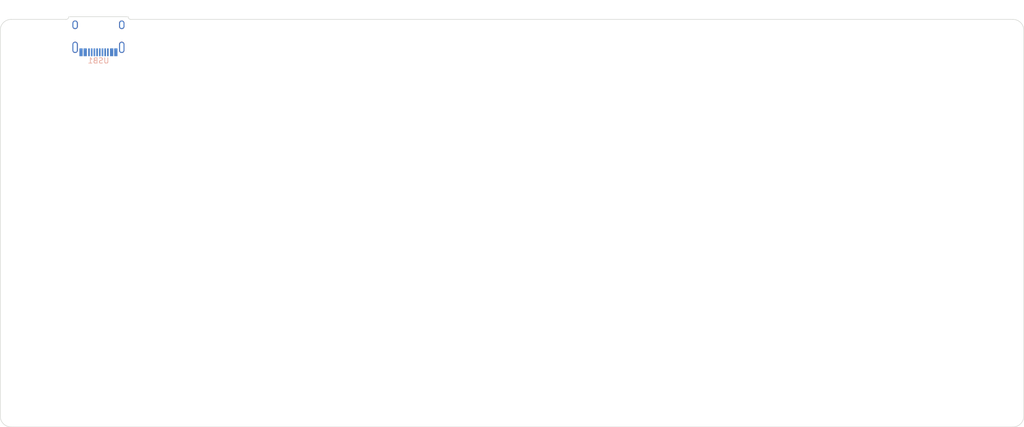
<source format=kicad_pcb>
(kicad_pcb (version 20240108) (generator "pcbnew") (generator_version "8.0")
  (layers (0 "F.Cu" signal) (31 "B.Cu" signal) (34 "B.Paste" user) (35 "F.Paste" user) (36 "B.SilkS" user "B.Silkscreen") (37 "F.SilkS" user "F.Silkscreen") (38 "B.Mask" user) (39 "F.Mask" user) (44 "Edge.Cuts" user))
  (net 0 "")
  (net 1 "GND")
  (net 2 "D-")
  (net 3 "D+")
  (net 4 "VCC")
  (net 5 "Earth")
  (net 6 "Net-(USB1-CC2)")
  (net 7 "Net-(USB1-CC1)")
  (footprint "Type-C.pretty-master:HRO-TYPE-C-31-M-12-Assembly" (layer "B.Cu") (at 143.1925 170.9674)
    (property "Reference" "USB1" (at 0 9.25 180) (layer "B.SilkS") (effects (justify mirror)))
    (property "Value" "HRO-TYPE-C-31-M-12")
    (pad "" np_thru_hole circle (at -2.89 6.25) (size 0.65 0.65) (drill 0.65) (layers "*.Cu" "*.Mask"))
    (pad "" np_thru_hole circle (at 2.89 6.25) (size 0.65 0.65) (drill 0.65) (layers "*.Cu" "*.Mask"))
    (pad "1" smd rect (at -3.225 7.695) (size 0.6 1.45) (layers "B.Cu" "B.Paste" "B.Mask") (net 1 "GND"))
    (pad "2" smd rect (at -2.45 7.695) (size 0.6 1.45) (layers "B.Cu" "B.Paste" "B.Mask") (net 4 "VCC"))
    (pad "3" smd rect (at -1.75 7.695) (size 0.3 1.45) (layers "B.Cu" "B.Paste" "B.Mask"))
    (pad "4" smd rect (at -1.25 7.695) (size 0.3 1.45) (layers "B.Cu" "B.Paste" "B.Mask") (net 7 "Net-(USB1-CC1)"))
    (pad "5" smd rect (at -0.75 7.695) (size 0.3 1.45) (layers "B.Cu" "B.Paste" "B.Mask") (net 2 "D-"))
    (pad "6" smd rect (at -0.25 7.695) (size 0.3 1.45) (layers "B.Cu" "B.Paste" "B.Mask") (net 3 "D+"))
    (pad "7" smd rect (at 0.25 7.695) (size 0.3 1.45) (layers "B.Cu" "B.Paste" "B.Mask") (net 2 "D-"))
    (pad "8" smd rect (at 0.75 7.695) (size 0.3 1.45) (layers "B.Cu" "B.Paste" "B.Mask") (net 3 "D+"))
    (pad "9" smd rect (at 1.25 7.695) (size 0.3 1.45) (layers "B.Cu" "B.Paste" "B.Mask"))
    (pad "10" smd rect (at 1.75 7.695) (size 0.3 1.45) (layers "B.Cu" "B.Paste" "B.Mask") (net 6 "Net-(USB1-CC2)"))
    (pad "11" smd rect (at 2.45 7.695) (size 0.6 1.45) (layers "B.Cu" "B.Paste" "B.Mask") (net 4 "VCC"))
    (pad "12" smd rect (at 3.225 7.695) (size 0.6 1.45) (layers "B.Cu" "B.Paste" "B.Mask") (net 1 "GND"))
    (pad "13" thru_hole oval (at -4.32 2.6) (size 1 1.6) (drill oval 0.6 1.2) (layers "*.Cu" "*.Mask") (net 5 "Earth"))
    (pad "13" thru_hole oval (at -4.32 6.78) (size 1 2.1) (drill oval 0.6 1.7) (layers "*.Cu" "*.Mask") (net 5 "Earth"))
    (pad "13" thru_hole oval (at 4.32 2.6) (size 1 1.6) (drill oval 0.6 1.2) (layers "*.Cu" "*.Mask") (net 5 "Earth"))
    (pad "13" thru_hole oval (at 4.32 6.78) (size 1 2.1) (drill oval 0.6 1.7) (layers "*.Cu" "*.Mask") (net 5 "Earth"))
  )
  (gr_arc (start 314.74375 246.11875) (mid 314.157978 247.532978) (end 312.74375 248.11875) (stroke (width 0.1)) (layer "Edge.Cuts"))
  (gr_line (start 314.74375 246.11875) (end 314.74375 174.56875) (stroke (width 0.1)) (layer "Edge.Cuts"))
  (gr_line (start 126.99375 248.11875) (end 312.74375 248.11875) (stroke (width 0.1)) (layer "Edge.Cuts"))
  (gr_arc (start 149.19375 172.56875) (mid 148.840197 172.422303) (end 148.69375 172.06875) (stroke (width 0.1)) (layer "Edge.Cuts"))
  (gr_arc (start 124.99375 174.56875) (mid 125.579536 173.154536) (end 126.99375 172.56875) (stroke (width 0.1)) (layer "Edge.Cuts"))
  (gr_line (start 137.19375 172.56875) (end 126.99375 172.56875) (stroke (width 0.1)) (layer "Edge.Cuts"))
  (gr_line (start 124.99375 174.56875) (end 124.99375 246.11875) (stroke (width 0.1)) (layer "Edge.Cuts"))
  (gr_line (start 148.69375 172.06875) (end 137.69375 172.06875) (stroke (width 0.1)) (layer "Edge.Cuts"))
  (gr_line (start 312.74375 172.56875) (end 149.19375 172.56875) (stroke (width 0.1)) (layer "Edge.Cuts"))
  (gr_arc (start 126.99375 248.11875) (mid 125.579536 247.532964) (end 124.99375 246.11875) (stroke (width 0.1)) (layer "Edge.Cuts"))
  (gr_arc (start 137.69375 172.06875) (mid 137.547303 172.422303) (end 137.19375 172.56875) (stroke (width 0.1)) (layer "Edge.Cuts"))
  (gr_arc (start 312.74375 172.56875) (mid 314.157978 173.154522) (end 314.74375 174.56875) (stroke (width 0.1)) (layer "Edge.Cuts"))
)
</source>
